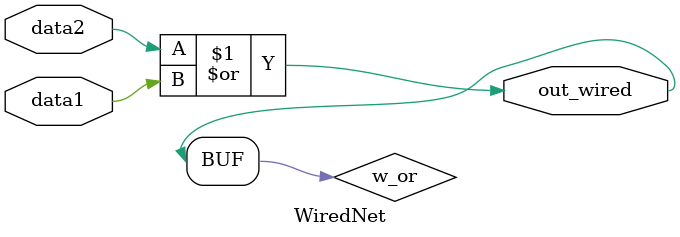
<source format=sv>
/* Generated by Yosys 0.54 (git sha1 db72ec3bd, g++ 12.2.0-14+deb12u1 -fPIC -O3) */

module WiredNet(data1, data2, out_wired);
  input data1;
  wire data1;
  input data2;
  wire data2;
  output out_wired;
  wire out_wired;
  wire w_or;
  assign out_wired = data2 | data1;
  assign w_or = | out_wired;
endmodule

</source>
